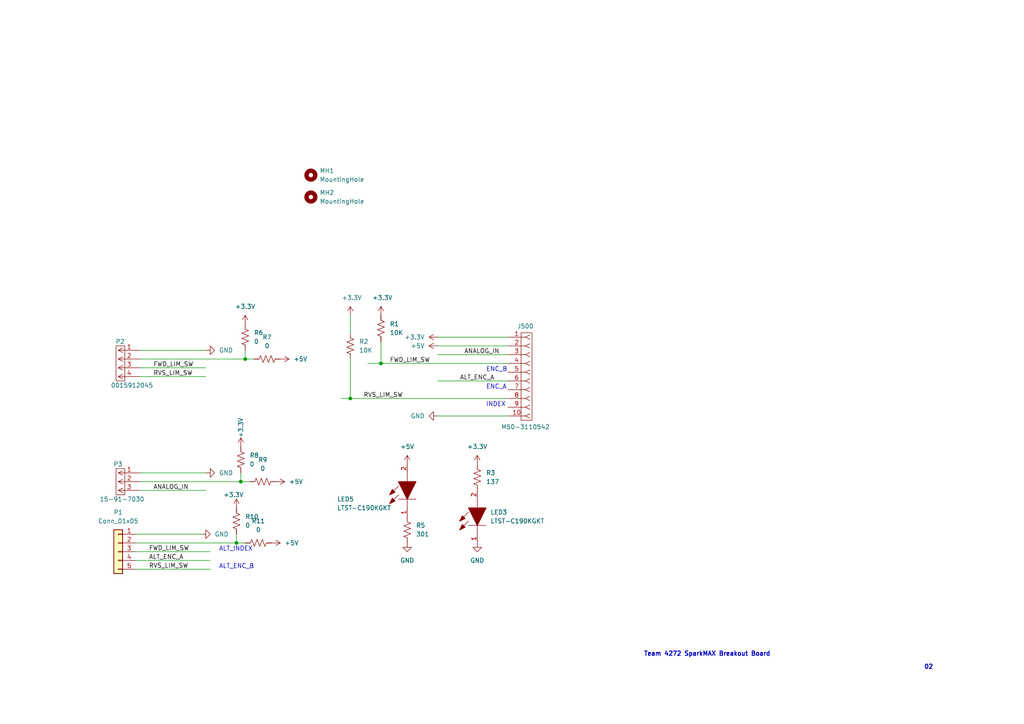
<source format=kicad_sch>
(kicad_sch (version 20211123) (generator eeschema)
  (paper "A4")
  (lib_symbols
    (symbol "Connector_Generic:Conn_01x05" (pin_names (offset 1.016) hide)
      (property "Reference" "J" (at 0 7.62 0))
      (property "Value" "Conn_01x05" (at 0 -7.62 0))
      (symbol "Conn_01x05_1_1"
        (rectangle (start -1.27 -4.953) (end 0 -5.207) (stroke (width 0.1524)))
        (rectangle (start -1.27 -2.413) (end 0 -2.667) (stroke (width 0.1524)))
        (rectangle (start -1.27 0.127) (end 0 -0.127) (stroke (width 0.1524)))
        (rectangle (start -1.27 2.667) (end 0 2.413) (stroke (width 0.1524)))
        (rectangle (start -1.27 5.207) (end 0 4.953) (stroke (width 0.1524)))
        (rectangle (start -1.27 6.35) (end 1.27 -6.35) (stroke (width 0.254)) (fill (type background)))
        (pin passive line (at -5.08 5.08 0) (length 3.81) (name "Pin_1") (number "1"))
        (pin passive line (at -5.08 2.54 0) (length 3.81) (name "Pin_2") (number "2"))
        (pin passive line (at -5.08 0 0) (length 3.81) (name "Pin_3") (number "3"))
        (pin passive line (at -5.08 -2.54 0) (length 3.81) (name "Pin_4") (number "4"))
        (pin passive line (at -5.08 -5.08 0) (length 3.81) (name "Pin_5") (number "5"))
      )
    )
    (symbol "Device:R_US" (pin_numbers hide) (pin_names (offset 0))
      (property "Reference" "R" (at 2.54 0 90))
      (property "Value" "R_US" (at -2.54 0 90))
      (symbol "R_US_0_1"
        (polyline (pts (xy 0 -2.286) (xy 0 -2.54)))
        (polyline (pts (xy 0 2.286) (xy 0 2.54)))
        (polyline (pts (xy 0 -0.762) (xy 1.016 -1.143) (xy 0 -1.524) (xy -1.016 -1.905) (xy 0 -2.286)))
        (polyline (pts (xy 0 0.762) (xy 1.016 0.381) (xy 0 0) (xy -1.016 -0.381) (xy 0 -0.762)))
        (polyline (pts (xy 0 2.286) (xy 1.016 1.905) (xy 0 1.524) (xy -1.016 1.143) (xy 0 0.762)))
      )
      (symbol "R_US_1_1"
        (pin passive line (at 0 3.81 270) (length 1.27) (name "~") (number "1"))
        (pin passive line (at 0 -3.81 90) (length 1.27) (name "~") (number "2"))
      )
    )
    (symbol "Mechanical:MountingHole" (pin_names (offset 1.016))
      (property "Reference" "H" (at 0 5.08 0))
      (property "Value" "MountingHole" (at 0 3.175 0))
      (symbol "MountingHole_0_1"
        (circle (center 0 0) (radius 1.27) (stroke (width 1.27)))
      )
    )
    (symbol "import:0015912045" (pin_names (offset 0.762))
      (property "Reference" "P?" (at 3.81 7.62 0))
      (property "Value" "0015912045" (at -5.715 -5.08 0))
      (symbol "0015912045_0_0"
        (pin passive line (at -0.635 5.08 0) (length 6.35) (name "") (number "1"))
        (pin passive line (at -0.635 2.54 0) (length 6.35) (name "") (number "2"))
        (pin passive line (at -0.635 0 0) (length 6.35) (name "") (number "3"))
        (pin passive line (at -0.635 -2.54 0) (length 6.35) (name "") (number "4"))
      )
      (symbol "0015912045_0_1"
        (polyline (pts (xy 5.715 -2.54) (xy 4.445 -3.175)))
        (polyline (pts (xy 5.715 -2.54) (xy 4.445 -1.905)))
        (polyline (pts (xy 5.715 0) (xy 4.445 -0.635)))
        (polyline (pts (xy 5.715 0) (xy 4.445 0.635)))
        (polyline (pts (xy 5.715 2.54) (xy 4.445 1.905)))
        (polyline (pts (xy 5.715 2.54) (xy 4.445 3.175)))
        (polyline (pts (xy 5.715 5.08) (xy 4.445 4.445)))
        (polyline (pts (xy 5.715 5.08) (xy 4.445 5.715)))
        (polyline (pts (xy 3.81 6.35) (xy 6.35 6.35) (xy 6.35 -3.81) (xy 3.81 -3.81) (xy 3.81 6.35)) (stroke (width 0.1524)))
      )
    )
    (symbol "import:15-91-7030" (pin_names (offset 0.762))
      (property "Reference" "P?" (at 3.175 5.08 0))
      (property "Value" "15-91-7030" (at -6.985 -5.08 0))
      (symbol "15-91-7030_0_0"
        (pin passive line (at -1.27 2.54 0) (length 6.35) (name "") (number "1"))
        (pin passive line (at -1.27 0 0) (length 6.35) (name "") (number "2"))
        (pin passive line (at -1.27 -2.54 0) (length 6.35) (name "") (number "3"))
      )
      (symbol "15-91-7030_0_1"
        (polyline (pts (xy 5.08 -2.54) (xy 3.81 -3.175)))
        (polyline (pts (xy 5.08 -2.54) (xy 3.81 -1.905)))
        (polyline (pts (xy 5.08 0) (xy 3.81 -0.635)))
        (polyline (pts (xy 5.08 0) (xy 3.81 0.635)))
        (polyline (pts (xy 5.08 2.54) (xy 3.81 1.905)))
        (polyline (pts (xy 5.08 2.54) (xy 3.81 3.175)))
        (polyline (pts (xy 3.175 3.81) (xy 5.715 3.81) (xy 5.715 -3.81) (xy 3.175 -3.81) (xy 3.175 3.81)) (stroke (width 0.1524)))
      )
    )
    (symbol "import:LTST-C190KGKT" (pin_names (offset 0.762))
      (property "Reference" "LED" (at 12.7 8.89 0))
      (property "Value" "LTST-C190KGKT" (at 12.7 6.35 0))
      (symbol "LTST-C190KGKT_0_0"
        (pin passive line (at 0 0 0) (length 2.54) (name "~") (number "1"))
        (pin passive line (at 15.24 0 180) (length 2.54) (name "~") (number "2"))
      )
      (symbol "LTST-C190KGKT_0_1"
        (polyline (pts (xy 2.54 0) (xy 5.08 0)) (stroke (width 0.1524)))
        (polyline (pts (xy 5.08 2.54) (xy 5.08 -2.54)) (stroke (width 0.1524)))
        (polyline (pts (xy 6.35 2.54) (xy 3.81 5.08)) (stroke (width 0.1524)))
        (polyline (pts (xy 8.89 2.54) (xy 6.35 5.08)) (stroke (width 0.1524)))
        (polyline (pts (xy 10.16 0) (xy 12.7 0)) (stroke (width 0.1524)))
        (polyline (pts (xy 5.08 0) (xy 10.16 2.54) (xy 10.16 -2.54) (xy 5.08 0)) (stroke (width 0.254)) (fill (type outline)))
        (polyline (pts (xy 5.334 4.318) (xy 4.572 3.556) (xy 3.81 5.08) (xy 5.334 4.318)) (stroke (width 0.254)) (fill (type outline)))
        (polyline (pts (xy 7.874 4.318) (xy 7.112 3.556) (xy 6.35 5.08) (xy 7.874 4.318)) (stroke (width 0.254)) (fill (type outline)))
      )
    )
    (symbol "import:M50-3110542" (pin_names (offset 0.762))
      (property "Reference" "J?" (at 1.27 13.335 0))
      (property "Value" "M50-3110542" (at 1.27 -14.605 0))
      (symbol "M50-3110542_0_0"
        (pin passive line (at 6.35 10.795 180) (length 5.08) (name "") (number "1"))
        (pin passive line (at 6.35 -12.065 180) (length 5.08) (name "") (number "10"))
        (pin passive line (at 6.35 8.255 180) (length 5.08) (name "") (number "2"))
        (pin passive line (at 6.35 5.715 180) (length 5.08) (name "") (number "3"))
        (pin passive line (at 6.35 3.175 180) (length 5.08) (name "") (number "4"))
        (pin passive line (at 6.35 0.635 180) (length 5.08) (name "") (number "5"))
        (pin passive line (at 6.35 -1.905 180) (length 5.08) (name "") (number "6"))
        (pin passive line (at 6.35 -4.445 180) (length 5.08) (name "") (number "7"))
        (pin passive line (at 6.35 -6.985 180) (length 5.08) (name "") (number "8"))
        (pin passive line (at 6.35 -9.525 180) (length 5.08) (name "") (number "9"))
      )
      (symbol "M50-3110542_0_1"
        (polyline (pts (xy 1.27 -12.065) (xy 0 -12.7)))
        (polyline (pts (xy 1.27 -12.065) (xy 0 -11.43)))
        (polyline (pts (xy 1.27 -9.525) (xy 0 -10.16)))
        (polyline (pts (xy 1.27 -9.525) (xy 0 -8.89)))
        (polyline (pts (xy 1.27 -6.985) (xy 0 -7.62)))
        (polyline (pts (xy 1.27 -6.985) (xy 0 -6.35)))
        (polyline (pts (xy 1.27 -4.445) (xy 0 -5.08)))
        (polyline (pts (xy 1.27 -4.445) (xy 0 -3.81)))
        (polyline (pts (xy 1.27 -1.905) (xy 0 -2.54)))
        (polyline (pts (xy 1.27 -1.905) (xy 0 -1.27)))
        (polyline (pts (xy 1.27 0.635) (xy 0 0)))
        (polyline (pts (xy 1.27 0.635) (xy 0 1.27)))
        (polyline (pts (xy 1.27 3.175) (xy 0 2.54)))
        (polyline (pts (xy 1.27 3.175) (xy 0 3.81)))
        (polyline (pts (xy 1.27 5.715) (xy 0 5.08)))
        (polyline (pts (xy 1.27 5.715) (xy 0 6.35)))
        (polyline (pts (xy 1.27 8.255) (xy 0 7.62)))
        (polyline (pts (xy 1.27 8.255) (xy 0 8.89)))
        (polyline (pts (xy 1.27 10.795) (xy 0 10.16)))
        (polyline (pts (xy 1.27 10.795) (xy 0 11.43)))
        (polyline (pts (xy -0.635 12.065) (xy 2.54 12.065) (xy 2.54 -13.335) (xy -0.635 -13.335) (xy -0.635 12.065)) (stroke (width 0.1524)))
      )
    )
    (symbol "power:+3.3V" (power) (pin_names (offset 0))
      (property "Value" "+3.3V" (at 0 3.556 0))
      (symbol "+3.3V_0_1"
        (polyline (pts (xy -0.762 1.27) (xy 0 2.54)))
        (polyline (pts (xy 0 0) (xy 0 2.54)))
        (polyline (pts (xy 0 2.54) (xy 0.762 1.27)))
      )
      (symbol "+3.3V_1_1"
        (pin power_in line (at 0 0 90) (length 0) hide (name "+3.3V") (number "1"))
      )
    )
    (symbol "power:+5V" (power) (pin_names (offset 0))
      (property "Value" "+5V" (at 0 3.556 0))
      (symbol "+5V_0_1"
        (polyline (pts (xy -0.762 1.27) (xy 0 2.54)))
        (polyline (pts (xy 0 0) (xy 0 2.54)))
        (polyline (pts (xy 0 2.54) (xy 0.762 1.27)))
      )
      (symbol "+5V_1_1"
        (pin power_in line (at 0 0 90) (length 0) hide (name "+5V") (number "1"))
      )
    )
    (symbol "power:GND" (power) (pin_names (offset 0))
      (property "Value" "GND" (at 0 -3.81 0))
      (symbol "GND_0_1"
        (polyline (pts (xy 0 0) (xy 0 -1.27) (xy 1.27 -1.27) (xy 0 -2.54) (xy -1.27 -1.27) (xy 0 -1.27)))
      )
      (symbol "GND_1_1"
        (pin power_in line (at 0 0 270) (length 0) hide (name "GND") (number "1"))
      )
    )
  )
  (junction (at 68.58 157.48))
  (junction (at 69.85 139.7))
  (junction (at 101.6 115.57))
  (junction (at 71.12 104.14))
  (junction (at 110.49 105.41))
  (wire (pts (xy 68.58 154.94) (xy 68.58 157.48)))
  (wire (pts (xy 69.85 137.16) (xy 69.85 139.7)))
  (wire (pts (xy 101.6 104.14) (xy 101.6 115.57)))
  (wire (pts (xy 40.64 101.6) (xy 59.69 101.6)))
  (wire (pts (xy 127 120.65) (xy 147.32 120.65)))
  (wire (pts (xy 69.85 139.7) (xy 72.39 139.7)))
  (wire (pts (xy 40.64 139.7) (xy 69.85 139.7)))
  (wire (pts (xy 39.37 154.94) (xy 58.42 154.94)))
  (wire (pts (xy 110.49 105.41) (xy 147.32 105.41)))
  (wire (pts (xy 40.64 106.68) (xy 59.69 106.68)))
  (wire (pts (xy 68.58 157.48) (xy 71.12 157.48)))
  (wire (pts (xy 110.49 99.06) (xy 110.49 105.41)))
  (wire (pts (xy 71.12 104.14) (xy 73.66 104.14)))
  (wire (pts (xy 40.64 104.14) (xy 71.12 104.14)))
  (wire (pts (xy 40.64 142.24) (xy 59.69 142.24)))
  (wire (pts (xy 40.64 137.16) (xy 59.69 137.16)))
  (wire (pts (xy 127 110.49) (xy 147.32 110.49)))
  (wire (pts (xy 101.6 115.57) (xy 147.32 115.57)))
  (wire (pts (xy 39.37 160.02) (xy 60.96 160.02)))
  (wire (pts (xy 39.37 162.56) (xy 60.96 162.56)))
  (wire (pts (xy 101.6 96.52) (xy 101.6 91.44)))
  (wire (pts (xy 127 97.79) (xy 147.32 97.79)))
  (wire (pts (xy 71.12 101.6) (xy 71.12 104.14)))
  (wire (pts (xy 39.37 165.1) (xy 60.96 165.1)))
  (wire (pts (xy 39.37 157.48) (xy 68.58 157.48)))
  (wire (pts (xy 127 100.33) (xy 147.32 100.33)))
  (wire (pts (xy 127 102.87) (xy 147.32 102.87)))
  (wire (pts (xy 40.64 109.22) (xy 59.69 109.22)))
  (wire (pts (xy 99.06 115.57) (xy 101.6 115.57)))
  (wire (pts (xy 106.68 105.41) (xy 110.49 105.41)))
  (text "Team 4272 SparkMAX Breakout Board" (at 186.69 190.5 0) (effects (font (size 1.27 1.27) (thickness 0.254) bold) (justify left bottom)))
  (text "ALT_INDEX" (at 63.5 160.02 0) (effects (font (size 1.27 1.27)) (justify left bottom)))
  (text "ENC_A" (at 140.97 113.03 0) (effects (font (size 1.27 1.27)) (justify left bottom)))
  (text "INDEX\n" (at 140.97 118.11 0) (effects (font (size 1.27 1.27)) (justify left bottom)))
  (text "02\n" (at 267.97 194.31 0) (effects (font (size 1.27 1.27) bold) (justify left bottom)))
  (text "ENC_B" (at 140.97 107.95 0) (effects (font (size 1.27 1.27)) (justify left bottom)))
  (text "ALT_ENC_B" (at 63.5 165.1 0) (effects (font (size 1.27 1.27)) (justify left bottom)))
  (label "ALT_ENC_A" (at 133.35 110.49 0))
  (label "ANALOG_IN" (at 134.62 102.87 0))
  (label "FWD_LIM_SW" (at 113.03 105.41 0))
  (label "ANALOG_IN" (at 44.45 142.24 0))
  (label "RVS_LIM_SW" (at 44.45 109.22 0))
  (label "FWD_LIM_SW" (at 44.45 106.68 0))
  (label "ALT_ENC_A" (at 43.18 162.56 0))
  (label "FWD_LIM_SW" (at 43.18 160.02 0))
  (label "RVS_LIM_SW" (at 105.41 115.57 0))
  (label "RVS_LIM_SW" (at 43.18 165.1 0))
  (symbol (lib_id "Device:R_US") (at 68.58 151.13 0) (unit 1)
    (property "Reference" "R10" (at 71.12 149.8599 0) (effects (justify left)))
    (property "Value" "0" (at 71.12 152.3999 0) (effects (justify left)))
    (property "Footprint" "Resistor_SMD:R_0805_2012Metric_Pad1.20x1.40mm_HandSolder" (effects hide))
  )
  (symbol (lib_id "power:+3.3V") (at 69.85 129.54 0) (unit 1)
    (property "Reference" "#PWR0108" (effects hide))
    (property "Value" "+3.3V" (at 69.85 127 90) (effects (justify left)))
  )
  (symbol (lib_id "power:+3.3V") (at 127 97.79 90) (unit 1)
    (property "Reference" "#PWR0104" (effects hide))
    (property "Value" "+3.3V" (at 123.19 97.7899 90) (effects (justify left)))
  )
  (symbol (lib_id "Device:R_US") (at 118.11 153.67 0) (unit 1)
    (property "Reference" "R5" (at 120.65 152.3999 0) (effects (justify left)))
    (property "Value" "301" (at 120.65 154.9399 0) (effects (justify left)))
    (property "Footprint" "Resistor_SMD:R_0603_1608Metric_Pad0.98x0.95mm_HandSolder" (effects hide))
  )
  (symbol (lib_id "power:GND") (at 138.43 157.48 0) (unit 1)
    (property "Reference" "#PWR0112" (effects hide))
    (property "Value" "GND" (at 138.43 162.56 0))
  )
  (symbol (lib_id "power:GND") (at 127 120.65 270) (unit 1)
    (property "Reference" "#PWR0101" (effects hide))
    (property "Value" "GND" (at 123.19 120.6499 90) (effects (justify right)))
  )
  (symbol (lib_id "import:15-91-7030") (at 39.37 139.7 0) (mirror y) (unit 1)
    (property "Reference" "P3" (at 35.56 134.62 0) (effects (justify left)))
    (property "Value" "15-91-7030" (at 41.91 144.78 0) (effects (justify left)))
    (property "Footprint" "15917030" (effects hide))
    (property "Datasheet" "https://componentsearchengine.com/Datasheets/1/15-91-7030.pdf" (effects hide))
    (property "Description" "2.54mm Pitch SL Wire-to-Board Header, Low Profile, Surface Mount, Single Row, Right-Angle, 3.05mm Pocket, Shrouded, with Press-fit Plastic Peg,  Circuits, Tin (Sn) Plating, Embossed Tape Packaging" (effects hide))
    (property "Height" "7.38" (effects hide))
    (property "Mouser Part Number" "538-15-91-7030" (effects hide))
    (property "Mouser Price/Stock" "https://www.mouser.com/Search/Refine.aspx?Keyword=538-15-91-7030" (effects hide))
    (property "Manufacturer_Name" "Molex" (effects hide))
    (property "Manufacturer_Part_Number" "15-91-7030" (effects hide))
  )
  (symbol (lib_id "power:+3.3V") (at 101.6 91.44 0) (unit 1)
    (property "Reference" "#PWR0110" (effects hide))
    (property "Value" "+3.3V" (at 99.06 86.36 0) (effects (justify left)))
  )
  (symbol (lib_id "power:GND") (at 59.69 101.6 90) (unit 1)
    (property "Reference" "#PWR0107" (effects hide))
    (property "Value" "GND" (at 63.5 101.5999 90) (effects (justify right)))
  )
  (symbol (lib_id "import:LTST-C190KGKT") (at 118.11 149.86 90) (unit 1)
    (property "Reference" "LED5" (at 97.79 144.78 90) (effects (justify right)))
    (property "Value" "LTST-C190KGKT" (at 97.79 147.32 90) (effects (justify right)))
    (property "Footprint" "LED_SMD:LED_0603_1608Metric_Pad1.05x0.95mm_HandSolder" (effects hide))
    (property "Description" "Lite-On LTST-C190KGKT, 571 nm Green LED, 1608 (0603) SMD package" (effects hide))
    (property "Height" "0.8" (effects hide))
    (property "Mouser Part Number" "859-LTST-C190KGKT" (effects hide))
    (property "Mouser Price/Stock" "https://www.mouser.co.uk/ProductDetail/Lite-On/LTST-C190KGKT?qs=205qCy6M2Q%252BAdcgwUZktqw%3D%3D" (effects hide))
    (property "Manufacturer_Name" "Lite-On" (effects hide))
    (property "Manufacturer_Part_Number" "LTST-C190KGKT" (effects hide))
  )
  (symbol (lib_id "Connector_Generic:Conn_01x05") (at 34.29 160.02 0) (mirror y) (unit 1)
    (property "Reference" "P1" (at 34.29 148.59 0))
    (property "Value" "Conn_01x05" (at 34.29 151.13 0))
  )
  (symbol (lib_id "Device:R_US") (at 77.47 104.14 270) (unit 1)
    (property "Reference" "R7" (at 77.47 97.79 90))
    (property "Value" "0" (at 77.47 100.33 90))
    (property "Footprint" "Resistor_SMD:R_0805_2012Metric_Pad1.20x1.40mm_HandSolder" (effects hide))
  )
  (symbol (lib_id "power:+5V") (at 118.11 134.62 0) (unit 1)
    (property "Reference" "#PWR0115" (effects hide))
    (property "Value" "+5V" (at 118.11 129.54 0))
  )
  (symbol (lib_id "Device:R_US") (at 138.43 138.43 0) (unit 1)
    (property "Reference" "R3" (at 140.97 137.1599 0) (effects (justify left)))
    (property "Value" "137" (at 140.97 139.6999 0) (effects (justify left)))
    (property "Footprint" "Resistor_SMD:R_0603_1608Metric_Pad0.98x0.95mm_HandSolder" (effects hide))
  )
  (symbol (lib_id "power:+5V") (at 127 100.33 90) (unit 1)
    (property "Reference" "#PWR0105" (effects hide))
    (property "Value" "+5V" (at 123.19 100.3299 90) (effects (justify left)))
  )
  (symbol (lib_id "Device:R_US") (at 69.85 133.35 0) (unit 1)
    (property "Reference" "R8" (at 72.39 132.0799 0) (effects (justify left)))
    (property "Value" "0" (at 72.39 134.6199 0) (effects (justify left)))
    (property "Footprint" "Resistor_SMD:R_0805_2012Metric_Pad1.20x1.40mm_HandSolder" (effects hide))
  )
  (symbol (lib_id "import:LTST-C190KGKT") (at 138.43 157.48 90) (unit 1)
    (property "Reference" "LED3" (at 142.24 148.5899 90) (effects (justify right)))
    (property "Value" "LTST-C190KGKT" (at 142.24 151.1299 90) (effects (justify right)))
    (property "Footprint" "LED_SMD:LED_0603_1608Metric_Pad1.05x0.95mm_HandSolder" (effects hide))
    (property "Description" "Lite-On LTST-C190KGKT, 571 nm Green LED, 1608 (0603) SMD package" (effects hide))
    (property "Height" "0.8" (effects hide))
    (property "Mouser Part Number" "859-LTST-C190KGKT" (effects hide))
    (property "Mouser Price/Stock" "https://www.mouser.co.uk/ProductDetail/Lite-On/LTST-C190KGKT?qs=205qCy6M2Q%252BAdcgwUZktqw%3D%3D" (effects hide))
    (property "Manufacturer_Name" "Lite-On" (effects hide))
    (property "Manufacturer_Part_Number" "LTST-C190KGKT" (effects hide))
  )
  (symbol (lib_id "Mechanical:MountingHole") (at 90.17 50.8 0) (unit 1)
    (property "Reference" "MH1" (at 92.71 49.5299 0) (effects (justify left)))
    (property "Value" "MountingHole" (at 92.71 52.0699 0) (effects (justify left)))
    (property "Footprint" "MountingHole:MountingHole_3.2mm_M3" (effects hide))
  )
  (symbol (lib_id "power:+5V") (at 80.01 139.7 270) (unit 1)
    (property "Reference" "#PWR0117" (effects hide))
    (property "Value" "+5V" (at 83.82 139.6999 90) (effects (justify left)))
  )
  (symbol (lib_id "Mechanical:MountingHole") (at 90.17 57.15 0) (unit 1)
    (property "Reference" "MH2" (at 92.71 55.8799 0) (effects (justify left)))
    (property "Value" "MountingHole" (at 92.71 58.4199 0) (effects (justify left)))
    (property "Footprint" "MountingHole:MountingHole_3.2mm_M3" (effects hide))
  )
  (symbol (lib_id "Device:R_US") (at 74.93 157.48 270) (unit 1)
    (property "Reference" "R11" (at 74.93 151.13 90))
    (property "Value" "0" (at 74.93 153.67 90))
    (property "Footprint" "Resistor_SMD:R_0805_2012Metric_Pad1.20x1.40mm_HandSolder" (effects hide))
  )
  (symbol (lib_id "power:+3.3V") (at 110.49 91.44 0) (unit 1)
    (property "Reference" "#PWR0111" (effects hide))
    (property "Value" "+3.3V" (at 107.95 86.36 0) (effects (justify left)))
  )
  (symbol (lib_id "power:GND") (at 59.69 137.16 90) (unit 1)
    (property "Reference" "#PWR0109" (effects hide))
    (property "Value" "GND" (at 63.5 137.1599 90) (effects (justify right)))
  )
  (symbol (lib_id "power:+5V") (at 81.28 104.14 270) (unit 1)
    (property "Reference" "#PWR0106" (effects hide))
    (property "Value" "+5V" (at 85.09 104.1399 90) (effects (justify left)))
  )
  (symbol (lib_id "power:+3.3V") (at 138.43 134.62 0) (unit 1)
    (property "Reference" "#PWR0114" (effects hide))
    (property "Value" "+3.3V" (at 138.43 129.54 0))
  )
  (symbol (lib_id "power:+3.3V") (at 68.58 147.32 0) (unit 1)
    (property "Reference" "#PWR0102" (effects hide))
    (property "Value" "+3.3V" (at 64.77 143.51 0) (effects (justify left)))
  )
  (symbol (lib_id "power:GND") (at 58.42 154.94 90) (unit 1)
    (property "Reference" "#PWR0103" (effects hide))
    (property "Value" "GND" (at 62.23 154.9399 90) (effects (justify right)))
  )
  (symbol (lib_id "power:+5V") (at 78.74 157.48 270) (unit 1)
    (property "Reference" "#PWR0116" (effects hide))
    (property "Value" "+5V" (at 82.55 157.4799 90) (effects (justify left)))
  )
  (symbol (lib_id "Device:R_US") (at 71.12 97.79 180) (unit 1)
    (property "Reference" "R6" (at 73.66 96.5199 0) (effects (justify right)))
    (property "Value" "0" (at 73.66 99.0599 0) (effects (justify right)))
    (property "Footprint" "Resistor_SMD:R_0805_2012Metric_Pad1.20x1.40mm_HandSolder" (effects hide))
  )
  (symbol (lib_id "import:0015912045") (at 40.005 106.68 0) (mirror y) (unit 1)
    (property "Reference" "P2" (at 36.195 99.06 0) (effects (justify left)))
    (property "Value" "0015912045" (at 44.45 111.76 0) (effects (justify left)))
    (property "Footprint" "0015912045" (effects hide))
    (property "Datasheet" "https://www.molex.com/pdm_docs/sd/015912045_sd.pdf" (effects hide))
    (property "Description" "2.54mm Pitch SL Wire-to-Board Header, Low Profile, Surface Mount, Single Row, Right-Angle, 3.05mm Pocket, Shrouded, with Press-fit Plastic Peg,  Circuits, Tin (Sn) Plating, Embossed Tape Packaging" (effects hide))
    (property "Height" "7.38" (effects hide))
    (property "Manufacturer_Name" "Molex" (effects hide))
    (property "Manufacturer_Part_Number" "0015912045" (effects hide))
    (property "Mouser Part Number" "N/A" (effects hide))
    (property "Mouser Price/Stock" "https://www.mouser.com/Search/Refine.aspx?Keyword=N%2FA" (effects hide))
    (property "Arrow Part Number" "0015912045" (effects hide))
    (property "Arrow Price/Stock" "https://www.arrow.com/en/products/0015912045/molex" (effects hide))
  )
  (symbol (lib_id "Device:R_US") (at 101.6 100.33 0) (unit 1)
    (property "Reference" "R2" (at 104.14 99.0599 0) (effects (justify left)))
    (property "Value" "10K" (at 104.14 101.5999 0) (effects (justify left)))
    (property "Footprint" "Resistor_SMD:R_0603_1608Metric_Pad0.98x0.95mm_HandSolder" (effects hide))
  )
  (symbol (lib_id "import:M50-3110542") (at 153.67 108.585 0) (mirror y) (unit 1)
    (property "Reference" "J500" (at 152.4 94.615 0))
    (property "Value" "M50-3110542" (at 152.4 123.825 0))
    (property "Footprint" "import:M503110542_MOD" (effects hide))
    (property "Datasheet" "https://cdn.harwin.com/pdfs/M50-311.pdf" (effects hide))
    (property "Description" "Headers & Wire Housings 5+5 DIL SMT SKT WITH POST" (effects hide))
    (property "Height" "4.85" (effects hide))
    (property "Mouser Part Number" "855-M50-3110542" (effects hide))
    (property "Mouser Price/Stock" "https://www.mouser.co.uk/ProductDetail/Harwin/M50-3110542?qs=9fQaSFfsqszB0q9gosr4Mg%3D%3D" (effects hide))
    (property "Manufacturer_Name" "Harwin" (effects hide))
    (property "Manufacturer_Part_Number" "M50-3110542" (effects hide))
  )
  (symbol (lib_id "Device:R_US") (at 76.2 139.7 270) (unit 1)
    (property "Reference" "R9" (at 76.2 133.35 90))
    (property "Value" "0" (at 76.2 135.89 90))
    (property "Footprint" "Resistor_SMD:R_0805_2012Metric_Pad1.20x1.40mm_HandSolder" (effects hide))
  )
  (symbol (lib_id "power:+3.3V") (at 71.12 93.98 0) (unit 1)
    (property "Reference" "#PWR0118" (effects hide))
    (property "Value" "+3.3V" (at 71.12 88.9 0))
  )
  (symbol (lib_id "power:GND") (at 118.11 157.48 0) (unit 1)
    (property "Reference" "#PWR0113" (effects hide))
    (property "Value" "GND" (at 118.11 162.56 0))
  )
  (symbol (lib_id "Device:R_US") (at 110.49 95.25 180) (unit 1)
    (property "Reference" "R1" (at 113.03 93.9799 0) (effects (justify right)))
    (property "Value" "10K" (at 113.03 96.5199 0) (effects (justify right)))
    (property "Footprint" "Resistor_SMD:R_0603_1608Metric_Pad0.98x0.95mm_HandSolder" (effects hide))
  )
)
</source>
